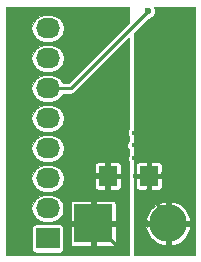
<source format=gbl>
G04 #@! TF.FileFunction,Copper,L2,Bot,Signal*
%FSLAX46Y46*%
G04 Gerber Fmt 4.6, Leading zero omitted, Abs format (unit mm)*
G04 Created by KiCad (PCBNEW (2015-07-02 BZR 5871, Git 766da1e)-product) date 7/17/2015 2:49:37 PM*
%MOMM*%
G01*
G04 APERTURE LIST*
%ADD10C,0.100000*%
%ADD11R,1.600000X1.700000*%
%ADD12R,2.032000X1.727200*%
%ADD13O,2.032000X1.727200*%
%ADD14R,3.200000X3.200000*%
%ADD15O,3.200000X3.200000*%
%ADD16C,0.600000*%
%ADD17C,1.000000*%
%ADD18C,0.400000*%
%ADD19C,0.250000*%
%ADD20C,0.125000*%
G04 APERTURE END LIST*
D10*
D11*
X162623500Y-114789320D03*
X159148880Y-114789320D03*
D12*
X154051000Y-120078500D03*
D13*
X154051000Y-117538500D03*
X154051000Y-114998500D03*
X154051000Y-112458500D03*
X154051000Y-109918500D03*
X154051000Y-107378500D03*
X154051000Y-104838500D03*
X154051000Y-102298500D03*
D14*
X157924500Y-118808500D03*
D15*
X164274500Y-118808500D03*
D16*
X161798000Y-116586000D03*
X163004500Y-116840000D03*
X163830000Y-116141500D03*
X162623500Y-116141500D03*
D17*
X165417500Y-115062000D03*
X165417500Y-113792000D03*
X165417500Y-116332000D03*
D18*
X164719000Y-115697000D03*
X164744400Y-114427000D03*
D16*
X163893500Y-114744500D03*
X162623500Y-114789320D03*
X166103300Y-117284500D03*
X165912800Y-120523000D03*
X164287200Y-121031000D03*
X162699700Y-120548400D03*
X162026600Y-118821200D03*
X162115500Y-117449600D03*
D18*
X161493200Y-114782600D03*
X162636200Y-113868200D03*
X161925000Y-111125000D03*
X161925000Y-112141000D03*
X161340800Y-111125000D03*
X161353500Y-113284000D03*
X161925000Y-113284000D03*
X161334100Y-112166780D03*
D17*
X165417500Y-112522000D03*
X165417500Y-102362000D03*
X165417500Y-103632000D03*
X164147500Y-102362000D03*
X165417500Y-104902000D03*
X164147500Y-103632000D03*
X164147500Y-104902000D03*
X165417500Y-106172000D03*
X164147500Y-106172000D03*
X165417500Y-107442000D03*
X165417500Y-109982000D03*
X165417500Y-111252000D03*
X165417500Y-108712000D03*
D16*
X155638500Y-118795800D03*
X155638500Y-117602000D03*
X160248600Y-118808500D03*
X160210500Y-117665500D03*
X157924500Y-116497100D03*
X156845000Y-116522500D03*
X160210500Y-116522500D03*
X159067500Y-116459000D03*
X158369000Y-114808000D03*
X157543500Y-115379500D03*
X156464000Y-115379500D03*
X156464000Y-114363500D03*
X156464000Y-113347500D03*
X157543500Y-114363500D03*
X155790900Y-120954800D03*
X160147000Y-120954800D03*
X155752800Y-116586000D03*
X157924500Y-121081800D03*
D18*
X158178500Y-108648500D03*
X158178500Y-110045500D03*
D17*
X158813500Y-109347000D03*
D18*
X156908500Y-108648500D03*
X159448500Y-110045500D03*
D17*
X160083500Y-109347000D03*
D18*
X159448500Y-108648500D03*
X158794100Y-112166780D03*
D16*
X157543500Y-112331500D03*
X157543500Y-111379000D03*
D17*
X157543500Y-109347000D03*
D16*
X157543500Y-110426500D03*
X157543500Y-113347500D03*
X162560000Y-100838000D03*
D19*
X164274500Y-118808500D02*
X164274500Y-118110000D01*
X164274500Y-118110000D02*
X163004500Y-116840000D01*
X162623500Y-114789320D02*
X162623500Y-116141500D01*
X164287200Y-121031000D02*
X165404800Y-121031000D01*
X165404800Y-121031000D02*
X165912800Y-120523000D01*
X164274500Y-121018300D02*
X164287200Y-121031000D01*
X164274500Y-118808500D02*
X164274500Y-121018300D01*
X162026600Y-117538500D02*
X162026600Y-118821200D01*
X162115500Y-117449600D02*
X162026600Y-117538500D01*
X162623500Y-114789320D02*
X161499920Y-114789320D01*
X161499920Y-114789320D02*
X161493200Y-114782600D01*
X161290000Y-112141000D02*
X161308320Y-112141000D01*
X161308320Y-112141000D02*
X161334100Y-112166780D01*
X155638500Y-117602000D02*
X155638500Y-118795800D01*
X155651200Y-118808500D02*
X155638500Y-118795800D01*
X155651200Y-118808500D02*
X157924500Y-118808500D01*
X157924500Y-116497100D02*
X156870400Y-116497100D01*
X156870400Y-116497100D02*
X156845000Y-116522500D01*
X157924500Y-116497100D02*
X159029400Y-116497100D01*
X157924500Y-118808500D02*
X157924500Y-116497100D01*
X159029400Y-116497100D02*
X159067500Y-116459000D01*
X158369000Y-114808000D02*
X158387680Y-114789320D01*
X158387680Y-114789320D02*
X159148880Y-114789320D01*
X156464000Y-115379500D02*
X157543500Y-115379500D01*
X157543500Y-113347500D02*
X157543500Y-114363500D01*
X157924500Y-118808500D02*
X158000700Y-118808500D01*
X158000700Y-118808500D02*
X160147000Y-120954800D01*
X157924500Y-121081800D02*
X157924500Y-121094500D01*
X158813500Y-112147380D02*
X158813500Y-112141000D01*
X158794100Y-112166780D02*
X158813500Y-112147380D01*
X157543500Y-112331500D02*
X157543500Y-113347500D01*
X154051000Y-107378500D02*
X156019500Y-107378500D01*
X156019500Y-107378500D02*
X162560000Y-100838000D01*
D20*
G36*
X160910000Y-101863624D02*
X155836624Y-106937000D01*
X155321785Y-106937000D01*
X155319775Y-106926895D01*
X155063962Y-106544043D01*
X154681110Y-106288230D01*
X154229505Y-106198400D01*
X153872495Y-106198400D01*
X153420890Y-106288230D01*
X153038038Y-106544043D01*
X152782225Y-106926895D01*
X152692395Y-107378500D01*
X152782225Y-107830105D01*
X153038038Y-108212957D01*
X153420890Y-108468770D01*
X153872495Y-108558600D01*
X154229505Y-108558600D01*
X154681110Y-108468770D01*
X155063962Y-108212957D01*
X155319775Y-107830105D01*
X155321785Y-107820000D01*
X156019495Y-107820000D01*
X156019500Y-107820001D01*
X156188455Y-107786393D01*
X156331688Y-107690688D01*
X160910000Y-103112376D01*
X160910000Y-110825244D01*
X160903188Y-110832044D01*
X160824390Y-111021811D01*
X160824210Y-111227287D01*
X160902677Y-111417192D01*
X160910000Y-111424528D01*
X160910000Y-111860336D01*
X160896488Y-111873824D01*
X160817690Y-112063591D01*
X160817510Y-112269067D01*
X160895977Y-112458972D01*
X160910000Y-112473019D01*
X160910000Y-113005224D01*
X160837090Y-113180811D01*
X160836910Y-113386287D01*
X160910000Y-113563179D01*
X160910000Y-121476500D01*
X150494000Y-121476500D01*
X150494000Y-118892199D01*
X153035000Y-118892199D01*
X152914320Y-118915614D01*
X152808253Y-118985289D01*
X152737252Y-119090473D01*
X152712299Y-119214900D01*
X152712299Y-120942100D01*
X152735714Y-121062780D01*
X152805389Y-121168847D01*
X152910573Y-121239848D01*
X153035000Y-121264801D01*
X155067000Y-121264801D01*
X155187680Y-121241386D01*
X155293747Y-121171711D01*
X155364748Y-121066527D01*
X155389701Y-120942100D01*
X155389701Y-119214900D01*
X155366286Y-119094220D01*
X155304394Y-119000000D01*
X156087125Y-119000000D01*
X156008000Y-119079125D01*
X156008000Y-120471456D01*
X156056184Y-120587783D01*
X156145217Y-120676816D01*
X156261544Y-120725000D01*
X157653875Y-120725000D01*
X157733000Y-120645875D01*
X157733000Y-119000000D01*
X158116000Y-119000000D01*
X157733000Y-119000000D01*
X157733000Y-119000000D01*
X158116000Y-119000000D01*
X158116000Y-120645875D01*
X158195125Y-120725000D01*
X159587456Y-120725000D01*
X159703783Y-120676816D01*
X159792816Y-120587783D01*
X159841000Y-120471456D01*
X159841000Y-119079125D01*
X159761875Y-119000000D01*
X158116000Y-119000000D01*
X157733000Y-119000000D01*
X157733000Y-119000000D01*
X156087125Y-119000000D01*
X155304394Y-119000000D01*
X155296611Y-118988153D01*
X155191427Y-118917152D01*
X155067000Y-118892199D01*
X153035000Y-118892199D01*
X150494000Y-118892199D01*
X150494000Y-116358400D01*
X153872495Y-116358400D01*
X153420890Y-116448230D01*
X153038038Y-116704043D01*
X152782225Y-117086895D01*
X152692395Y-117538500D01*
X152782225Y-117990105D01*
X153038038Y-118372957D01*
X153420890Y-118628770D01*
X153872495Y-118718600D01*
X154229505Y-118718600D01*
X154681110Y-118628770D01*
X155063962Y-118372957D01*
X155319775Y-117990105D01*
X155409605Y-117538500D01*
X155319775Y-117086895D01*
X155189551Y-116892000D01*
X156261544Y-116892000D01*
X156145217Y-116940184D01*
X156056184Y-117029217D01*
X156008000Y-117145544D01*
X156008000Y-118537875D01*
X156087125Y-118617000D01*
X157733000Y-118617000D01*
X157733000Y-116971125D01*
X157653875Y-116892000D01*
X158195125Y-116892000D01*
X157653875Y-116892000D01*
X157653875Y-116892000D01*
X158195125Y-116892000D01*
X158116000Y-116971125D01*
X158116000Y-118617000D01*
X159761875Y-118617000D01*
X159841000Y-118537875D01*
X159841000Y-117145544D01*
X159792816Y-117029217D01*
X159703783Y-116940184D01*
X159587456Y-116892000D01*
X158195125Y-116892000D01*
X157653875Y-116892000D01*
X157653875Y-116892000D01*
X156261544Y-116892000D01*
X155189551Y-116892000D01*
X155063962Y-116704043D01*
X154681110Y-116448230D01*
X154229505Y-116358400D01*
X153872495Y-116358400D01*
X150494000Y-116358400D01*
X150494000Y-113818400D01*
X153872495Y-113818400D01*
X153420890Y-113908230D01*
X153038038Y-114164043D01*
X152782225Y-114546895D01*
X152692395Y-114998500D01*
X152782225Y-115450105D01*
X153038038Y-115832957D01*
X153420890Y-116088770D01*
X153872495Y-116178600D01*
X154229505Y-116178600D01*
X154681110Y-116088770D01*
X155063962Y-115832957D01*
X155319775Y-115450105D01*
X155409605Y-114998500D01*
X155406089Y-114980820D01*
X158111505Y-114980820D01*
X158032380Y-115059945D01*
X158032380Y-115702276D01*
X158080564Y-115818603D01*
X158169597Y-115907636D01*
X158285924Y-115955820D01*
X158878255Y-115955820D01*
X158957380Y-115876695D01*
X158957380Y-114980820D01*
X159340380Y-114980820D01*
X159340380Y-115876695D01*
X159419505Y-115955820D01*
X160011836Y-115955820D01*
X160128163Y-115907636D01*
X160217196Y-115818603D01*
X160265380Y-115702276D01*
X160265380Y-115059945D01*
X160186255Y-114980820D01*
X159340380Y-114980820D01*
X158957380Y-114980820D01*
X158957380Y-114980820D01*
X158111505Y-114980820D01*
X155406089Y-114980820D01*
X155319775Y-114546895D01*
X155063962Y-114164043D01*
X154681110Y-113908230D01*
X154229505Y-113818400D01*
X153872495Y-113818400D01*
X150494000Y-113818400D01*
X150494000Y-113671004D01*
X158169597Y-113671004D01*
X158080564Y-113760037D01*
X158032380Y-113876364D01*
X158032380Y-114518695D01*
X158111505Y-114597820D01*
X158957380Y-114597820D01*
X158957380Y-113701945D01*
X158878255Y-113622820D01*
X159419505Y-113622820D01*
X159340380Y-113701945D01*
X159340380Y-114597820D01*
X160186255Y-114597820D01*
X160265380Y-114518695D01*
X160265380Y-113876364D01*
X160217196Y-113760037D01*
X160128163Y-113671004D01*
X160011836Y-113622820D01*
X159419505Y-113622820D01*
X158878255Y-113622820D01*
X158878255Y-113622820D01*
X158285924Y-113622820D01*
X154308836Y-113622820D01*
X154681110Y-113548770D01*
X155063962Y-113292957D01*
X155319775Y-112910105D01*
X155409605Y-112458500D01*
X155319775Y-112006895D01*
X155063962Y-111624043D01*
X154681110Y-111368230D01*
X154229505Y-111278400D01*
X153872495Y-111278400D01*
X153420890Y-111368230D01*
X153038038Y-111624043D01*
X152782225Y-112006895D01*
X152692395Y-112458500D01*
X152782225Y-112910105D01*
X153038038Y-113292957D01*
X153420890Y-113548770D01*
X153872495Y-113638600D01*
X154229505Y-113638600D01*
X154308836Y-113622820D01*
X158285924Y-113622820D01*
X154308836Y-113622820D01*
X154308836Y-113622820D01*
X158285924Y-113622820D01*
X158169597Y-113671004D01*
X150494000Y-113671004D01*
X150494000Y-108738400D01*
X153872495Y-108738400D01*
X153420890Y-108828230D01*
X153038038Y-109084043D01*
X152782225Y-109466895D01*
X152692395Y-109918500D01*
X152782225Y-110370105D01*
X153038038Y-110752957D01*
X153420890Y-111008770D01*
X153872495Y-111098600D01*
X154229505Y-111098600D01*
X154681110Y-111008770D01*
X155063962Y-110752957D01*
X155319775Y-110370105D01*
X155409605Y-109918500D01*
X155319775Y-109466895D01*
X155063962Y-109084043D01*
X154681110Y-108828230D01*
X154229505Y-108738400D01*
X153872495Y-108738400D01*
X150494000Y-108738400D01*
X150494000Y-103658400D01*
X153872495Y-103658400D01*
X153420890Y-103748230D01*
X153038038Y-104004043D01*
X152782225Y-104386895D01*
X152692395Y-104838500D01*
X152782225Y-105290105D01*
X153038038Y-105672957D01*
X153420890Y-105928770D01*
X153872495Y-106018600D01*
X154229505Y-106018600D01*
X154681110Y-105928770D01*
X155063962Y-105672957D01*
X155319775Y-105290105D01*
X155409605Y-104838500D01*
X155319775Y-104386895D01*
X155063962Y-104004043D01*
X154681110Y-103748230D01*
X154229505Y-103658400D01*
X153872495Y-103658400D01*
X150494000Y-103658400D01*
X150494000Y-101118400D01*
X153872495Y-101118400D01*
X153420890Y-101208230D01*
X153038038Y-101464043D01*
X152782225Y-101846895D01*
X152692395Y-102298500D01*
X152782225Y-102750105D01*
X153038038Y-103132957D01*
X153420890Y-103388770D01*
X153872495Y-103478600D01*
X154229505Y-103478600D01*
X154681110Y-103388770D01*
X155063962Y-103132957D01*
X155319775Y-102750105D01*
X155409605Y-102298500D01*
X155319775Y-101846895D01*
X155063962Y-101464043D01*
X154681110Y-101208230D01*
X154229505Y-101118400D01*
X153872495Y-101118400D01*
X150494000Y-101118400D01*
X150494000Y-100519500D01*
X160910000Y-100519500D01*
X160910000Y-101863624D01*
X160910000Y-101863624D01*
G37*
X160910000Y-101863624D02*
X155836624Y-106937000D01*
X155321785Y-106937000D01*
X155319775Y-106926895D01*
X155063962Y-106544043D01*
X154681110Y-106288230D01*
X154229505Y-106198400D01*
X153872495Y-106198400D01*
X153420890Y-106288230D01*
X153038038Y-106544043D01*
X152782225Y-106926895D01*
X152692395Y-107378500D01*
X152782225Y-107830105D01*
X153038038Y-108212957D01*
X153420890Y-108468770D01*
X153872495Y-108558600D01*
X154229505Y-108558600D01*
X154681110Y-108468770D01*
X155063962Y-108212957D01*
X155319775Y-107830105D01*
X155321785Y-107820000D01*
X156019495Y-107820000D01*
X156019500Y-107820001D01*
X156188455Y-107786393D01*
X156331688Y-107690688D01*
X160910000Y-103112376D01*
X160910000Y-110825244D01*
X160903188Y-110832044D01*
X160824390Y-111021811D01*
X160824210Y-111227287D01*
X160902677Y-111417192D01*
X160910000Y-111424528D01*
X160910000Y-111860336D01*
X160896488Y-111873824D01*
X160817690Y-112063591D01*
X160817510Y-112269067D01*
X160895977Y-112458972D01*
X160910000Y-112473019D01*
X160910000Y-113005224D01*
X160837090Y-113180811D01*
X160836910Y-113386287D01*
X160910000Y-113563179D01*
X160910000Y-121476500D01*
X150494000Y-121476500D01*
X150494000Y-118892199D01*
X153035000Y-118892199D01*
X152914320Y-118915614D01*
X152808253Y-118985289D01*
X152737252Y-119090473D01*
X152712299Y-119214900D01*
X152712299Y-120942100D01*
X152735714Y-121062780D01*
X152805389Y-121168847D01*
X152910573Y-121239848D01*
X153035000Y-121264801D01*
X155067000Y-121264801D01*
X155187680Y-121241386D01*
X155293747Y-121171711D01*
X155364748Y-121066527D01*
X155389701Y-120942100D01*
X155389701Y-119214900D01*
X155366286Y-119094220D01*
X155304394Y-119000000D01*
X156087125Y-119000000D01*
X156008000Y-119079125D01*
X156008000Y-120471456D01*
X156056184Y-120587783D01*
X156145217Y-120676816D01*
X156261544Y-120725000D01*
X157653875Y-120725000D01*
X157733000Y-120645875D01*
X157733000Y-119000000D01*
X158116000Y-119000000D01*
X157733000Y-119000000D01*
X157733000Y-119000000D01*
X158116000Y-119000000D01*
X158116000Y-120645875D01*
X158195125Y-120725000D01*
X159587456Y-120725000D01*
X159703783Y-120676816D01*
X159792816Y-120587783D01*
X159841000Y-120471456D01*
X159841000Y-119079125D01*
X159761875Y-119000000D01*
X158116000Y-119000000D01*
X157733000Y-119000000D01*
X157733000Y-119000000D01*
X156087125Y-119000000D01*
X155304394Y-119000000D01*
X155296611Y-118988153D01*
X155191427Y-118917152D01*
X155067000Y-118892199D01*
X153035000Y-118892199D01*
X150494000Y-118892199D01*
X150494000Y-116358400D01*
X153872495Y-116358400D01*
X153420890Y-116448230D01*
X153038038Y-116704043D01*
X152782225Y-117086895D01*
X152692395Y-117538500D01*
X152782225Y-117990105D01*
X153038038Y-118372957D01*
X153420890Y-118628770D01*
X153872495Y-118718600D01*
X154229505Y-118718600D01*
X154681110Y-118628770D01*
X155063962Y-118372957D01*
X155319775Y-117990105D01*
X155409605Y-117538500D01*
X155319775Y-117086895D01*
X155189551Y-116892000D01*
X156261544Y-116892000D01*
X156145217Y-116940184D01*
X156056184Y-117029217D01*
X156008000Y-117145544D01*
X156008000Y-118537875D01*
X156087125Y-118617000D01*
X157733000Y-118617000D01*
X157733000Y-116971125D01*
X157653875Y-116892000D01*
X158195125Y-116892000D01*
X157653875Y-116892000D01*
X157653875Y-116892000D01*
X158195125Y-116892000D01*
X158116000Y-116971125D01*
X158116000Y-118617000D01*
X159761875Y-118617000D01*
X159841000Y-118537875D01*
X159841000Y-117145544D01*
X159792816Y-117029217D01*
X159703783Y-116940184D01*
X159587456Y-116892000D01*
X158195125Y-116892000D01*
X157653875Y-116892000D01*
X157653875Y-116892000D01*
X156261544Y-116892000D01*
X155189551Y-116892000D01*
X155063962Y-116704043D01*
X154681110Y-116448230D01*
X154229505Y-116358400D01*
X153872495Y-116358400D01*
X150494000Y-116358400D01*
X150494000Y-113818400D01*
X153872495Y-113818400D01*
X153420890Y-113908230D01*
X153038038Y-114164043D01*
X152782225Y-114546895D01*
X152692395Y-114998500D01*
X152782225Y-115450105D01*
X153038038Y-115832957D01*
X153420890Y-116088770D01*
X153872495Y-116178600D01*
X154229505Y-116178600D01*
X154681110Y-116088770D01*
X155063962Y-115832957D01*
X155319775Y-115450105D01*
X155409605Y-114998500D01*
X155406089Y-114980820D01*
X158111505Y-114980820D01*
X158032380Y-115059945D01*
X158032380Y-115702276D01*
X158080564Y-115818603D01*
X158169597Y-115907636D01*
X158285924Y-115955820D01*
X158878255Y-115955820D01*
X158957380Y-115876695D01*
X158957380Y-114980820D01*
X159340380Y-114980820D01*
X159340380Y-115876695D01*
X159419505Y-115955820D01*
X160011836Y-115955820D01*
X160128163Y-115907636D01*
X160217196Y-115818603D01*
X160265380Y-115702276D01*
X160265380Y-115059945D01*
X160186255Y-114980820D01*
X159340380Y-114980820D01*
X158957380Y-114980820D01*
X158957380Y-114980820D01*
X158111505Y-114980820D01*
X155406089Y-114980820D01*
X155319775Y-114546895D01*
X155063962Y-114164043D01*
X154681110Y-113908230D01*
X154229505Y-113818400D01*
X153872495Y-113818400D01*
X150494000Y-113818400D01*
X150494000Y-113671004D01*
X158169597Y-113671004D01*
X158080564Y-113760037D01*
X158032380Y-113876364D01*
X158032380Y-114518695D01*
X158111505Y-114597820D01*
X158957380Y-114597820D01*
X158957380Y-113701945D01*
X158878255Y-113622820D01*
X159419505Y-113622820D01*
X159340380Y-113701945D01*
X159340380Y-114597820D01*
X160186255Y-114597820D01*
X160265380Y-114518695D01*
X160265380Y-113876364D01*
X160217196Y-113760037D01*
X160128163Y-113671004D01*
X160011836Y-113622820D01*
X159419505Y-113622820D01*
X158878255Y-113622820D01*
X158878255Y-113622820D01*
X158285924Y-113622820D01*
X154308836Y-113622820D01*
X154681110Y-113548770D01*
X155063962Y-113292957D01*
X155319775Y-112910105D01*
X155409605Y-112458500D01*
X155319775Y-112006895D01*
X155063962Y-111624043D01*
X154681110Y-111368230D01*
X154229505Y-111278400D01*
X153872495Y-111278400D01*
X153420890Y-111368230D01*
X153038038Y-111624043D01*
X152782225Y-112006895D01*
X152692395Y-112458500D01*
X152782225Y-112910105D01*
X153038038Y-113292957D01*
X153420890Y-113548770D01*
X153872495Y-113638600D01*
X154229505Y-113638600D01*
X154308836Y-113622820D01*
X158285924Y-113622820D01*
X154308836Y-113622820D01*
X154308836Y-113622820D01*
X158285924Y-113622820D01*
X158169597Y-113671004D01*
X150494000Y-113671004D01*
X150494000Y-108738400D01*
X153872495Y-108738400D01*
X153420890Y-108828230D01*
X153038038Y-109084043D01*
X152782225Y-109466895D01*
X152692395Y-109918500D01*
X152782225Y-110370105D01*
X153038038Y-110752957D01*
X153420890Y-111008770D01*
X153872495Y-111098600D01*
X154229505Y-111098600D01*
X154681110Y-111008770D01*
X155063962Y-110752957D01*
X155319775Y-110370105D01*
X155409605Y-109918500D01*
X155319775Y-109466895D01*
X155063962Y-109084043D01*
X154681110Y-108828230D01*
X154229505Y-108738400D01*
X153872495Y-108738400D01*
X150494000Y-108738400D01*
X150494000Y-103658400D01*
X153872495Y-103658400D01*
X153420890Y-103748230D01*
X153038038Y-104004043D01*
X152782225Y-104386895D01*
X152692395Y-104838500D01*
X152782225Y-105290105D01*
X153038038Y-105672957D01*
X153420890Y-105928770D01*
X153872495Y-106018600D01*
X154229505Y-106018600D01*
X154681110Y-105928770D01*
X155063962Y-105672957D01*
X155319775Y-105290105D01*
X155409605Y-104838500D01*
X155319775Y-104386895D01*
X155063962Y-104004043D01*
X154681110Y-103748230D01*
X154229505Y-103658400D01*
X153872495Y-103658400D01*
X150494000Y-103658400D01*
X150494000Y-101118400D01*
X153872495Y-101118400D01*
X153420890Y-101208230D01*
X153038038Y-101464043D01*
X152782225Y-101846895D01*
X152692395Y-102298500D01*
X152782225Y-102750105D01*
X153038038Y-103132957D01*
X153420890Y-103388770D01*
X153872495Y-103478600D01*
X154229505Y-103478600D01*
X154681110Y-103388770D01*
X155063962Y-103132957D01*
X155319775Y-102750105D01*
X155409605Y-102298500D01*
X155319775Y-101846895D01*
X155063962Y-101464043D01*
X154681110Y-101208230D01*
X154229505Y-101118400D01*
X153872495Y-101118400D01*
X150494000Y-101118400D01*
X150494000Y-100519500D01*
X160910000Y-100519500D01*
X160910000Y-101863624D01*
G36*
X166561500Y-121476500D02*
X161352500Y-121476500D01*
X161352500Y-119000000D01*
X162446705Y-119000000D01*
X162421015Y-119295950D01*
X162748642Y-119968143D01*
X163308567Y-120463791D01*
X163787052Y-120661974D01*
X164083000Y-120635868D01*
X164083000Y-119000000D01*
X164466000Y-119000000D01*
X164083000Y-119000000D01*
X164083000Y-119000000D01*
X164466000Y-119000000D01*
X164466000Y-120635868D01*
X164761948Y-120661974D01*
X165240433Y-120463791D01*
X165800358Y-119968143D01*
X166127985Y-119295950D01*
X166102295Y-119000000D01*
X164466000Y-119000000D01*
X164083000Y-119000000D01*
X164083000Y-119000000D01*
X162446705Y-119000000D01*
X161352500Y-119000000D01*
X161352500Y-117153209D01*
X163308567Y-117153209D01*
X162748642Y-117648857D01*
X162421015Y-118321050D01*
X162446705Y-118617000D01*
X164083000Y-118617000D01*
X164083000Y-116981132D01*
X164466000Y-116981132D01*
X164466000Y-118617000D01*
X166102295Y-118617000D01*
X166127985Y-118321050D01*
X165800358Y-117648857D01*
X165240433Y-117153209D01*
X164761948Y-116955026D01*
X164466000Y-116981132D01*
X164083000Y-116981132D01*
X164083000Y-116981132D01*
X163787052Y-116955026D01*
X163308567Y-117153209D01*
X161352500Y-117153209D01*
X161352500Y-114980820D01*
X161586125Y-114980820D01*
X161507000Y-115059945D01*
X161507000Y-115702276D01*
X161555184Y-115818603D01*
X161644217Y-115907636D01*
X161760544Y-115955820D01*
X162352875Y-115955820D01*
X162432000Y-115876695D01*
X162432000Y-114980820D01*
X162815000Y-114980820D01*
X162432000Y-114980820D01*
X162432000Y-114980820D01*
X162815000Y-114980820D01*
X162815000Y-115876695D01*
X162894125Y-115955820D01*
X163486456Y-115955820D01*
X163602783Y-115907636D01*
X163691816Y-115818603D01*
X163740000Y-115702276D01*
X163740000Y-115059945D01*
X163660875Y-114980820D01*
X162815000Y-114980820D01*
X162432000Y-114980820D01*
X162432000Y-114980820D01*
X161586125Y-114980820D01*
X161352500Y-114980820D01*
X161352500Y-113622820D01*
X161760544Y-113622820D01*
X161644217Y-113671004D01*
X161555184Y-113760037D01*
X161507000Y-113876364D01*
X161507000Y-114518695D01*
X161586125Y-114597820D01*
X162432000Y-114597820D01*
X162432000Y-113701945D01*
X162352875Y-113622820D01*
X162894125Y-113622820D01*
X162815000Y-113701945D01*
X162815000Y-114597820D01*
X163660875Y-114597820D01*
X163740000Y-114518695D01*
X163740000Y-113876364D01*
X163691816Y-113760037D01*
X163602783Y-113671004D01*
X163486456Y-113622820D01*
X162894125Y-113622820D01*
X162352875Y-113622820D01*
X162352875Y-113622820D01*
X161760544Y-113622820D01*
X161352500Y-113622820D01*
X161352500Y-102669876D01*
X162567869Y-101454507D01*
X162682091Y-101454607D01*
X162908763Y-101360948D01*
X163082339Y-101187675D01*
X163176393Y-100961167D01*
X163176607Y-100715909D01*
X163082948Y-100489237D01*
X163049769Y-100456000D01*
X166561500Y-100456000D01*
X166561500Y-121476500D01*
X166561500Y-121476500D01*
G37*
X166561500Y-121476500D02*
X161352500Y-121476500D01*
X161352500Y-119000000D01*
X162446705Y-119000000D01*
X162421015Y-119295950D01*
X162748642Y-119968143D01*
X163308567Y-120463791D01*
X163787052Y-120661974D01*
X164083000Y-120635868D01*
X164083000Y-119000000D01*
X164466000Y-119000000D01*
X164083000Y-119000000D01*
X164083000Y-119000000D01*
X164466000Y-119000000D01*
X164466000Y-120635868D01*
X164761948Y-120661974D01*
X165240433Y-120463791D01*
X165800358Y-119968143D01*
X166127985Y-119295950D01*
X166102295Y-119000000D01*
X164466000Y-119000000D01*
X164083000Y-119000000D01*
X164083000Y-119000000D01*
X162446705Y-119000000D01*
X161352500Y-119000000D01*
X161352500Y-117153209D01*
X163308567Y-117153209D01*
X162748642Y-117648857D01*
X162421015Y-118321050D01*
X162446705Y-118617000D01*
X164083000Y-118617000D01*
X164083000Y-116981132D01*
X164466000Y-116981132D01*
X164466000Y-118617000D01*
X166102295Y-118617000D01*
X166127985Y-118321050D01*
X165800358Y-117648857D01*
X165240433Y-117153209D01*
X164761948Y-116955026D01*
X164466000Y-116981132D01*
X164083000Y-116981132D01*
X164083000Y-116981132D01*
X163787052Y-116955026D01*
X163308567Y-117153209D01*
X161352500Y-117153209D01*
X161352500Y-114980820D01*
X161586125Y-114980820D01*
X161507000Y-115059945D01*
X161507000Y-115702276D01*
X161555184Y-115818603D01*
X161644217Y-115907636D01*
X161760544Y-115955820D01*
X162352875Y-115955820D01*
X162432000Y-115876695D01*
X162432000Y-114980820D01*
X162815000Y-114980820D01*
X162432000Y-114980820D01*
X162432000Y-114980820D01*
X162815000Y-114980820D01*
X162815000Y-115876695D01*
X162894125Y-115955820D01*
X163486456Y-115955820D01*
X163602783Y-115907636D01*
X163691816Y-115818603D01*
X163740000Y-115702276D01*
X163740000Y-115059945D01*
X163660875Y-114980820D01*
X162815000Y-114980820D01*
X162432000Y-114980820D01*
X162432000Y-114980820D01*
X161586125Y-114980820D01*
X161352500Y-114980820D01*
X161352500Y-113622820D01*
X161760544Y-113622820D01*
X161644217Y-113671004D01*
X161555184Y-113760037D01*
X161507000Y-113876364D01*
X161507000Y-114518695D01*
X161586125Y-114597820D01*
X162432000Y-114597820D01*
X162432000Y-113701945D01*
X162352875Y-113622820D01*
X162894125Y-113622820D01*
X162815000Y-113701945D01*
X162815000Y-114597820D01*
X163660875Y-114597820D01*
X163740000Y-114518695D01*
X163740000Y-113876364D01*
X163691816Y-113760037D01*
X163602783Y-113671004D01*
X163486456Y-113622820D01*
X162894125Y-113622820D01*
X162352875Y-113622820D01*
X162352875Y-113622820D01*
X161760544Y-113622820D01*
X161352500Y-113622820D01*
X161352500Y-102669876D01*
X162567869Y-101454507D01*
X162682091Y-101454607D01*
X162908763Y-101360948D01*
X163082339Y-101187675D01*
X163176393Y-100961167D01*
X163176607Y-100715909D01*
X163082948Y-100489237D01*
X163049769Y-100456000D01*
X166561500Y-100456000D01*
X166561500Y-121476500D01*
M02*

</source>
